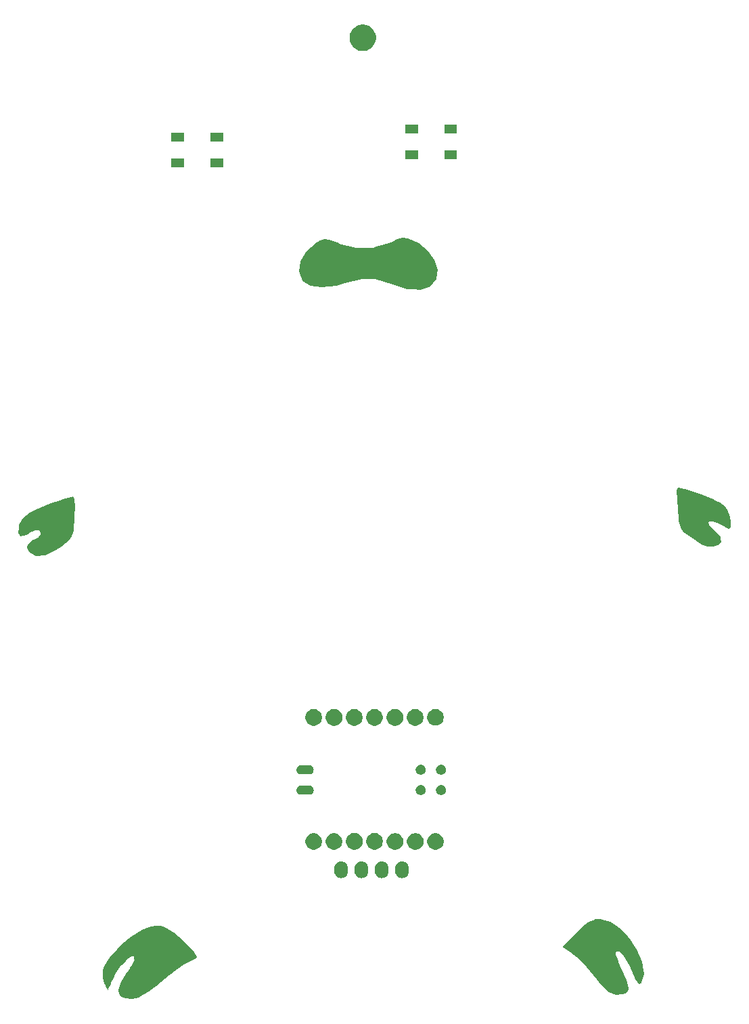
<source format=gbr>
G04 #@! TF.GenerationSoftware,KiCad,Pcbnew,(5.1.2)-1*
G04 #@! TF.CreationDate,2022-09-08T09:55:22+09:00*
G04 #@! TF.ProjectId,gopher_xiao,676f7068-6572-45f7-9869-616f2e6b6963,rev?*
G04 #@! TF.SameCoordinates,Original*
G04 #@! TF.FileFunction,Soldermask,Top*
G04 #@! TF.FilePolarity,Negative*
%FSLAX46Y46*%
G04 Gerber Fmt 4.6, Leading zero omitted, Abs format (unit mm)*
G04 Created by KiCad (PCBNEW (5.1.2)-1) date 2022-09-08 09:55:22*
%MOMM*%
%LPD*%
G04 APERTURE LIST*
%ADD10C,0.100000*%
G04 APERTURE END LIST*
D10*
G36*
X91667725Y-169970914D02*
G01*
X91667726Y-169970914D01*
X92402706Y-170033200D01*
X92402709Y-170033201D01*
X92411550Y-170033950D01*
X92419829Y-170037144D01*
X92419832Y-170037145D01*
X92819854Y-170191485D01*
X93218000Y-170345100D01*
X94043500Y-170865800D01*
X95237300Y-171856400D01*
X95239531Y-171858672D01*
X95239535Y-171858676D01*
X95922106Y-172553887D01*
X95922118Y-172553900D01*
X95923100Y-172554900D01*
X95924046Y-172555955D01*
X95924059Y-172555969D01*
X96577916Y-173285271D01*
X96577918Y-173285274D01*
X96583500Y-173291500D01*
X96587238Y-173298976D01*
X96587240Y-173298979D01*
X96880420Y-173885340D01*
X96901000Y-173926500D01*
X96621600Y-174180500D01*
X96618517Y-174181923D01*
X96618515Y-174181924D01*
X96291559Y-174332827D01*
X95801120Y-174559183D01*
X95791302Y-174564253D01*
X95145117Y-174935015D01*
X95027076Y-175002743D01*
X95016101Y-175009827D01*
X94109362Y-175664694D01*
X94104707Y-175668226D01*
X93716143Y-175977638D01*
X93421869Y-176211967D01*
X93420580Y-176213007D01*
X92443643Y-177012320D01*
X92443300Y-177012600D01*
X91821000Y-177507900D01*
X91820847Y-177508020D01*
X91820777Y-177508075D01*
X91326803Y-177894663D01*
X91236800Y-177965100D01*
X90881200Y-178244500D01*
X90285135Y-178586921D01*
X90283513Y-178587869D01*
X90135075Y-178676300D01*
X89695003Y-178938471D01*
X89695000Y-178938472D01*
X89687400Y-178943000D01*
X89678836Y-178945229D01*
X88766237Y-179182755D01*
X88766235Y-179182755D01*
X88760300Y-179184300D01*
X88755308Y-179183786D01*
X88755302Y-179183786D01*
X87902807Y-179096029D01*
X87902804Y-179096028D01*
X87896700Y-179095400D01*
X87892324Y-179093260D01*
X87892320Y-179093259D01*
X87330721Y-178818699D01*
X87325200Y-178816000D01*
X87273732Y-178676300D01*
X87115478Y-178246754D01*
X87058500Y-178092100D01*
X87388700Y-177012600D01*
X88048840Y-176009695D01*
X88049375Y-176008875D01*
X88328500Y-175577500D01*
X88528278Y-175302805D01*
X88534668Y-175293101D01*
X88772148Y-174893134D01*
X88773816Y-174890237D01*
X89060740Y-174376165D01*
X89070528Y-174353701D01*
X89075745Y-174329759D01*
X89076504Y-174310619D01*
X89069968Y-174134138D01*
X89065100Y-174002700D01*
X89065100Y-173909726D01*
X89062698Y-173885340D01*
X89055585Y-173861891D01*
X89044034Y-173840280D01*
X89028489Y-173821338D01*
X89009547Y-173805793D01*
X88987936Y-173794242D01*
X88957779Y-173785983D01*
X88832262Y-173768052D01*
X88807781Y-173766981D01*
X88783562Y-173770707D01*
X88760535Y-173779086D01*
X88746301Y-173787095D01*
X88214169Y-174134138D01*
X88191169Y-174153444D01*
X87982817Y-174376165D01*
X87494269Y-174898406D01*
X87471057Y-174923218D01*
X87459757Y-174937188D01*
X86771324Y-175926027D01*
X86762490Y-175940790D01*
X86385400Y-176682400D01*
X86275042Y-176892081D01*
X86259915Y-176920821D01*
X86257035Y-176926657D01*
X86183907Y-177085101D01*
X86180737Y-177092605D01*
X86118700Y-177253900D01*
X86029800Y-177469800D01*
X86029707Y-177470022D01*
X86029657Y-177470141D01*
X85928366Y-177710707D01*
X85928024Y-177711528D01*
X85839300Y-177927000D01*
X85775800Y-178079400D01*
X85696287Y-177927000D01*
X85623496Y-177787485D01*
X85623452Y-177787400D01*
X85623400Y-177787300D01*
X85585619Y-177713455D01*
X85346466Y-177246020D01*
X85344000Y-177241200D01*
X85128100Y-176542700D01*
X85134991Y-175977638D01*
X85140725Y-175507433D01*
X85140725Y-175507431D01*
X85140800Y-175501300D01*
X85369400Y-174904400D01*
X85982928Y-174002700D01*
X86204859Y-173676528D01*
X86204861Y-173676526D01*
X86207600Y-173672500D01*
X86878215Y-172957177D01*
X87347838Y-172456246D01*
X87347839Y-172456245D01*
X87350600Y-172453300D01*
X88375080Y-171610737D01*
X88705666Y-171338853D01*
X88705668Y-171338852D01*
X88709500Y-171335700D01*
X90055700Y-170548300D01*
X90059431Y-170546726D01*
X90059439Y-170546722D01*
X90865295Y-170206752D01*
X90865297Y-170206751D01*
X90868500Y-170205400D01*
X91662250Y-169970450D01*
X91667725Y-169970914D01*
X91667725Y-169970914D01*
G37*
G36*
X148264722Y-169410138D02*
G01*
X148647587Y-169517935D01*
X148647589Y-169517936D01*
X148653500Y-169519600D01*
X148657067Y-169522093D01*
X148657068Y-169522094D01*
X149144492Y-169862818D01*
X149961600Y-170434000D01*
X149965869Y-170438461D01*
X150849345Y-171361643D01*
X151091900Y-171615100D01*
X151095158Y-171620179D01*
X151095159Y-171620180D01*
X151451279Y-172175308D01*
X151955500Y-172961300D01*
X152641300Y-174523400D01*
X152642455Y-174532178D01*
X152779998Y-175577500D01*
X152831800Y-175971200D01*
X152829951Y-175977636D01*
X152829951Y-175977638D01*
X152510788Y-177088800D01*
X152488900Y-177165000D01*
X152484103Y-177167777D01*
X152484099Y-177167780D01*
X152252919Y-177301621D01*
X152252916Y-177301623D01*
X152247600Y-177304700D01*
X152203895Y-177253190D01*
X151897499Y-176892081D01*
X151892000Y-176885600D01*
X151888441Y-176877881D01*
X150992704Y-174935015D01*
X150987420Y-174924816D01*
X150338124Y-173801034D01*
X150318280Y-173775180D01*
X149795011Y-173251911D01*
X149776069Y-173236366D01*
X149754458Y-173224815D01*
X149731009Y-173217702D01*
X149706623Y-173215300D01*
X149442996Y-173215300D01*
X149418610Y-173217702D01*
X149395161Y-173224815D01*
X149373550Y-173236366D01*
X149354608Y-173251911D01*
X149339063Y-173270853D01*
X149327512Y-173292464D01*
X149320399Y-173315913D01*
X149318062Y-173344329D01*
X149325945Y-173588709D01*
X149329132Y-173613005D01*
X149333640Y-173628033D01*
X149536448Y-174176368D01*
X149668403Y-174533134D01*
X149670748Y-174539011D01*
X150088379Y-175513484D01*
X150088837Y-175514538D01*
X150647400Y-176784000D01*
X150648419Y-176787235D01*
X150648423Y-176787245D01*
X150868370Y-177485338D01*
X150939500Y-177711100D01*
X150938729Y-177714760D01*
X150938729Y-177714763D01*
X150886026Y-177965100D01*
X150837900Y-178193700D01*
X150831056Y-178199322D01*
X150831054Y-178199324D01*
X150776057Y-178244500D01*
X150482300Y-178485800D01*
X150475759Y-178487640D01*
X150475758Y-178487640D01*
X150081206Y-178598608D01*
X150081203Y-178598609D01*
X150075900Y-178600100D01*
X149301200Y-178676300D01*
X148463000Y-178333400D01*
X147574000Y-177482500D01*
X146596100Y-176263300D01*
X146554798Y-176211967D01*
X145711333Y-175163661D01*
X145702332Y-175153632D01*
X144644965Y-174096265D01*
X144635167Y-174087450D01*
X144043611Y-173609171D01*
X144043107Y-173608766D01*
X143790915Y-173407012D01*
X143787859Y-173404644D01*
X143640791Y-173294343D01*
X143633002Y-173288951D01*
X143550516Y-173236366D01*
X143151476Y-172981979D01*
X142626176Y-172647100D01*
X142626174Y-172647098D01*
X142621000Y-172643800D01*
X143089492Y-172175308D01*
X143092295Y-172172412D01*
X143852391Y-171361643D01*
X143852900Y-171361100D01*
X144538700Y-170662600D01*
X144830800Y-170395900D01*
X145528928Y-169862784D01*
X145529762Y-169862141D01*
X145872200Y-169595800D01*
X146029469Y-169520795D01*
X146692156Y-169204744D01*
X146692157Y-169204744D01*
X146697700Y-169202100D01*
X147345400Y-169151300D01*
X148264722Y-169410138D01*
X148264722Y-169410138D01*
G37*
G36*
X122734022Y-161957613D02*
G01*
X122894441Y-162006276D01*
X123042277Y-162085295D01*
X123171859Y-162191641D01*
X123278204Y-162321222D01*
X123278205Y-162321224D01*
X123357224Y-162469058D01*
X123405887Y-162629477D01*
X123418200Y-162754496D01*
X123418200Y-163238103D01*
X123405887Y-163363122D01*
X123357224Y-163523542D01*
X123286314Y-163656206D01*
X123278204Y-163671378D01*
X123171859Y-163800959D01*
X123042278Y-163907304D01*
X123042276Y-163907305D01*
X122894442Y-163986324D01*
X122734023Y-164034987D01*
X122567200Y-164051417D01*
X122400378Y-164034987D01*
X122239959Y-163986324D01*
X122092125Y-163907305D01*
X122092123Y-163907304D01*
X121962542Y-163800959D01*
X121856196Y-163671378D01*
X121848086Y-163656206D01*
X121777176Y-163523542D01*
X121728513Y-163363123D01*
X121716200Y-163238104D01*
X121716200Y-162754497D01*
X121728513Y-162629478D01*
X121777176Y-162469059D01*
X121856195Y-162321223D01*
X121962541Y-162191641D01*
X122092122Y-162085296D01*
X122107294Y-162077186D01*
X122239958Y-162006276D01*
X122400377Y-161957613D01*
X122567200Y-161941183D01*
X122734022Y-161957613D01*
X122734022Y-161957613D01*
G37*
G36*
X117654022Y-161957613D02*
G01*
X117814441Y-162006276D01*
X117962277Y-162085295D01*
X118091859Y-162191641D01*
X118198204Y-162321222D01*
X118198205Y-162321224D01*
X118277224Y-162469058D01*
X118325887Y-162629477D01*
X118338200Y-162754496D01*
X118338200Y-163238103D01*
X118325887Y-163363122D01*
X118277224Y-163523542D01*
X118206314Y-163656206D01*
X118198204Y-163671378D01*
X118091859Y-163800959D01*
X117962278Y-163907304D01*
X117962276Y-163907305D01*
X117814442Y-163986324D01*
X117654023Y-164034987D01*
X117487200Y-164051417D01*
X117320378Y-164034987D01*
X117159959Y-163986324D01*
X117012125Y-163907305D01*
X117012123Y-163907304D01*
X116882542Y-163800959D01*
X116776196Y-163671378D01*
X116768086Y-163656206D01*
X116697176Y-163523542D01*
X116648513Y-163363123D01*
X116636200Y-163238104D01*
X116636200Y-162754497D01*
X116648513Y-162629478D01*
X116697176Y-162469059D01*
X116776195Y-162321223D01*
X116882541Y-162191641D01*
X117012122Y-162085296D01*
X117027294Y-162077186D01*
X117159958Y-162006276D01*
X117320377Y-161957613D01*
X117487200Y-161941183D01*
X117654022Y-161957613D01*
X117654022Y-161957613D01*
G37*
G36*
X115114022Y-161957613D02*
G01*
X115274441Y-162006276D01*
X115422277Y-162085295D01*
X115551859Y-162191641D01*
X115658204Y-162321222D01*
X115658205Y-162321224D01*
X115737224Y-162469058D01*
X115785887Y-162629477D01*
X115798200Y-162754496D01*
X115798200Y-163238103D01*
X115785887Y-163363122D01*
X115737224Y-163523542D01*
X115666314Y-163656206D01*
X115658204Y-163671378D01*
X115551859Y-163800959D01*
X115422278Y-163907304D01*
X115422276Y-163907305D01*
X115274442Y-163986324D01*
X115114023Y-164034987D01*
X114947200Y-164051417D01*
X114780378Y-164034987D01*
X114619959Y-163986324D01*
X114472125Y-163907305D01*
X114472123Y-163907304D01*
X114342542Y-163800959D01*
X114236196Y-163671378D01*
X114228086Y-163656206D01*
X114157176Y-163523542D01*
X114108513Y-163363123D01*
X114096200Y-163238104D01*
X114096200Y-162754497D01*
X114108513Y-162629478D01*
X114157176Y-162469059D01*
X114236195Y-162321223D01*
X114342541Y-162191641D01*
X114472122Y-162085296D01*
X114487294Y-162077186D01*
X114619958Y-162006276D01*
X114780377Y-161957613D01*
X114947200Y-161941183D01*
X115114022Y-161957613D01*
X115114022Y-161957613D01*
G37*
G36*
X120194022Y-161957613D02*
G01*
X120354441Y-162006276D01*
X120502277Y-162085295D01*
X120631859Y-162191641D01*
X120738204Y-162321222D01*
X120738205Y-162321224D01*
X120817224Y-162469058D01*
X120865887Y-162629477D01*
X120878200Y-162754496D01*
X120878200Y-163238103D01*
X120865887Y-163363122D01*
X120817224Y-163523542D01*
X120746314Y-163656206D01*
X120738204Y-163671378D01*
X120631859Y-163800959D01*
X120502278Y-163907304D01*
X120502276Y-163907305D01*
X120354442Y-163986324D01*
X120194023Y-164034987D01*
X120027200Y-164051417D01*
X119860378Y-164034987D01*
X119699959Y-163986324D01*
X119552125Y-163907305D01*
X119552123Y-163907304D01*
X119422542Y-163800959D01*
X119316196Y-163671378D01*
X119308086Y-163656206D01*
X119237176Y-163523542D01*
X119188513Y-163363123D01*
X119176200Y-163238104D01*
X119176200Y-162754497D01*
X119188513Y-162629478D01*
X119237176Y-162469059D01*
X119316195Y-162321223D01*
X119422541Y-162191641D01*
X119552122Y-162085296D01*
X119567294Y-162077186D01*
X119699958Y-162006276D01*
X119860377Y-161957613D01*
X120027200Y-161941183D01*
X120194022Y-161957613D01*
X120194022Y-161957613D01*
G37*
G36*
X124532265Y-158454720D02*
G01*
X124697644Y-158523222D01*
X124721788Y-158533223D01*
X124892354Y-158647192D01*
X125037408Y-158792246D01*
X125151377Y-158962812D01*
X125229880Y-159152335D01*
X125269900Y-159353531D01*
X125269900Y-159558669D01*
X125229880Y-159759865D01*
X125151377Y-159949388D01*
X125037408Y-160119954D01*
X124892354Y-160265008D01*
X124721788Y-160378977D01*
X124721787Y-160378978D01*
X124721786Y-160378978D01*
X124532265Y-160457480D01*
X124331070Y-160497500D01*
X124125930Y-160497500D01*
X123924735Y-160457480D01*
X123735214Y-160378978D01*
X123735213Y-160378978D01*
X123735212Y-160378977D01*
X123564646Y-160265008D01*
X123419592Y-160119954D01*
X123305623Y-159949388D01*
X123227120Y-159759865D01*
X123187100Y-159558669D01*
X123187100Y-159353531D01*
X123227120Y-159152335D01*
X123305623Y-158962812D01*
X123419592Y-158792246D01*
X123564646Y-158647192D01*
X123735212Y-158533223D01*
X123759357Y-158523222D01*
X123924735Y-158454720D01*
X124125930Y-158414700D01*
X124331070Y-158414700D01*
X124532265Y-158454720D01*
X124532265Y-158454720D01*
G37*
G36*
X121992265Y-158454720D02*
G01*
X122157644Y-158523222D01*
X122181788Y-158533223D01*
X122352354Y-158647192D01*
X122497408Y-158792246D01*
X122611377Y-158962812D01*
X122689880Y-159152335D01*
X122729900Y-159353531D01*
X122729900Y-159558669D01*
X122689880Y-159759865D01*
X122611377Y-159949388D01*
X122497408Y-160119954D01*
X122352354Y-160265008D01*
X122181788Y-160378977D01*
X122181787Y-160378978D01*
X122181786Y-160378978D01*
X121992265Y-160457480D01*
X121791070Y-160497500D01*
X121585930Y-160497500D01*
X121384735Y-160457480D01*
X121195214Y-160378978D01*
X121195213Y-160378978D01*
X121195212Y-160378977D01*
X121024646Y-160265008D01*
X120879592Y-160119954D01*
X120765623Y-159949388D01*
X120687120Y-159759865D01*
X120647100Y-159558669D01*
X120647100Y-159353531D01*
X120687120Y-159152335D01*
X120765623Y-158962812D01*
X120879592Y-158792246D01*
X121024646Y-158647192D01*
X121195212Y-158533223D01*
X121219357Y-158523222D01*
X121384735Y-158454720D01*
X121585930Y-158414700D01*
X121791070Y-158414700D01*
X121992265Y-158454720D01*
X121992265Y-158454720D01*
G37*
G36*
X114362265Y-158454720D02*
G01*
X114527644Y-158523222D01*
X114551788Y-158533223D01*
X114722354Y-158647192D01*
X114867408Y-158792246D01*
X114981377Y-158962812D01*
X115059880Y-159152335D01*
X115099900Y-159353531D01*
X115099900Y-159558669D01*
X115059880Y-159759865D01*
X114981377Y-159949388D01*
X114867408Y-160119954D01*
X114722354Y-160265008D01*
X114551788Y-160378977D01*
X114551787Y-160378978D01*
X114551786Y-160378978D01*
X114362265Y-160457480D01*
X114161070Y-160497500D01*
X113955930Y-160497500D01*
X113754735Y-160457480D01*
X113565214Y-160378978D01*
X113565213Y-160378978D01*
X113565212Y-160378977D01*
X113394646Y-160265008D01*
X113249592Y-160119954D01*
X113135623Y-159949388D01*
X113057120Y-159759865D01*
X113017100Y-159558669D01*
X113017100Y-159353531D01*
X113057120Y-159152335D01*
X113135623Y-158962812D01*
X113249592Y-158792246D01*
X113394646Y-158647192D01*
X113565212Y-158533223D01*
X113589357Y-158523222D01*
X113754735Y-158454720D01*
X113955930Y-158414700D01*
X114161070Y-158414700D01*
X114362265Y-158454720D01*
X114362265Y-158454720D01*
G37*
G36*
X111822265Y-158454720D02*
G01*
X111987644Y-158523222D01*
X112011788Y-158533223D01*
X112182354Y-158647192D01*
X112327408Y-158792246D01*
X112441377Y-158962812D01*
X112519880Y-159152335D01*
X112559900Y-159353531D01*
X112559900Y-159558669D01*
X112519880Y-159759865D01*
X112441377Y-159949388D01*
X112327408Y-160119954D01*
X112182354Y-160265008D01*
X112011788Y-160378977D01*
X112011787Y-160378978D01*
X112011786Y-160378978D01*
X111822265Y-160457480D01*
X111621070Y-160497500D01*
X111415930Y-160497500D01*
X111214735Y-160457480D01*
X111025214Y-160378978D01*
X111025213Y-160378978D01*
X111025212Y-160378977D01*
X110854646Y-160265008D01*
X110709592Y-160119954D01*
X110595623Y-159949388D01*
X110517120Y-159759865D01*
X110477100Y-159558669D01*
X110477100Y-159353531D01*
X110517120Y-159152335D01*
X110595623Y-158962812D01*
X110709592Y-158792246D01*
X110854646Y-158647192D01*
X111025212Y-158533223D01*
X111049357Y-158523222D01*
X111214735Y-158454720D01*
X111415930Y-158414700D01*
X111621070Y-158414700D01*
X111822265Y-158454720D01*
X111822265Y-158454720D01*
G37*
G36*
X127062265Y-158454720D02*
G01*
X127227644Y-158523222D01*
X127251788Y-158533223D01*
X127422354Y-158647192D01*
X127567408Y-158792246D01*
X127681377Y-158962812D01*
X127759880Y-159152335D01*
X127799900Y-159353531D01*
X127799900Y-159558669D01*
X127759880Y-159759865D01*
X127681377Y-159949388D01*
X127567408Y-160119954D01*
X127422354Y-160265008D01*
X127251788Y-160378977D01*
X127251787Y-160378978D01*
X127251786Y-160378978D01*
X127062265Y-160457480D01*
X126861070Y-160497500D01*
X126655930Y-160497500D01*
X126454735Y-160457480D01*
X126265214Y-160378978D01*
X126265213Y-160378978D01*
X126265212Y-160378977D01*
X126094646Y-160265008D01*
X125949592Y-160119954D01*
X125835623Y-159949388D01*
X125757120Y-159759865D01*
X125717100Y-159558669D01*
X125717100Y-159353531D01*
X125757120Y-159152335D01*
X125835623Y-158962812D01*
X125949592Y-158792246D01*
X126094646Y-158647192D01*
X126265212Y-158533223D01*
X126289357Y-158523222D01*
X126454735Y-158454720D01*
X126655930Y-158414700D01*
X126861070Y-158414700D01*
X127062265Y-158454720D01*
X127062265Y-158454720D01*
G37*
G36*
X116912265Y-158444720D02*
G01*
X117101788Y-158523223D01*
X117272354Y-158637192D01*
X117417408Y-158782246D01*
X117531377Y-158952812D01*
X117609880Y-159142335D01*
X117649900Y-159343531D01*
X117649900Y-159548669D01*
X117609880Y-159749865D01*
X117531377Y-159939388D01*
X117417408Y-160109954D01*
X117272354Y-160255008D01*
X117101788Y-160368977D01*
X117101787Y-160368978D01*
X117101786Y-160368978D01*
X116912265Y-160447480D01*
X116711070Y-160487500D01*
X116505930Y-160487500D01*
X116304735Y-160447480D01*
X116115214Y-160368978D01*
X116115213Y-160368978D01*
X116115212Y-160368977D01*
X115944646Y-160255008D01*
X115799592Y-160109954D01*
X115685623Y-159939388D01*
X115607120Y-159749865D01*
X115567100Y-159548669D01*
X115567100Y-159343531D01*
X115607120Y-159142335D01*
X115685623Y-158952812D01*
X115799592Y-158782246D01*
X115944646Y-158637192D01*
X116115212Y-158523223D01*
X116304735Y-158444720D01*
X116505930Y-158404700D01*
X116711070Y-158404700D01*
X116912265Y-158444720D01*
X116912265Y-158444720D01*
G37*
G36*
X119442265Y-158444720D02*
G01*
X119631788Y-158523223D01*
X119802354Y-158637192D01*
X119947408Y-158782246D01*
X120061377Y-158952812D01*
X120139880Y-159142335D01*
X120179900Y-159343531D01*
X120179900Y-159548669D01*
X120139880Y-159749865D01*
X120061377Y-159939388D01*
X119947408Y-160109954D01*
X119802354Y-160255008D01*
X119631788Y-160368977D01*
X119631787Y-160368978D01*
X119631786Y-160368978D01*
X119442265Y-160447480D01*
X119241070Y-160487500D01*
X119035930Y-160487500D01*
X118834735Y-160447480D01*
X118645214Y-160368978D01*
X118645213Y-160368978D01*
X118645212Y-160368977D01*
X118474646Y-160255008D01*
X118329592Y-160109954D01*
X118215623Y-159939388D01*
X118137120Y-159749865D01*
X118097100Y-159548669D01*
X118097100Y-159343531D01*
X118137120Y-159142335D01*
X118215623Y-158952812D01*
X118329592Y-158782246D01*
X118474646Y-158637192D01*
X118645212Y-158523223D01*
X118834735Y-158444720D01*
X119035930Y-158404700D01*
X119241070Y-158404700D01*
X119442265Y-158444720D01*
X119442265Y-158444720D01*
G37*
G36*
X127574131Y-152414364D02*
G01*
X127634264Y-152426325D01*
X127672026Y-152441967D01*
X127747553Y-152473251D01*
X127849505Y-152541373D01*
X127936217Y-152628085D01*
X128004339Y-152730037D01*
X128051265Y-152843327D01*
X128075187Y-152963591D01*
X128075187Y-153086215D01*
X128051265Y-153206479D01*
X128004339Y-153319769D01*
X127936217Y-153421721D01*
X127849505Y-153508433D01*
X127747553Y-153576555D01*
X127672026Y-153607839D01*
X127634264Y-153623481D01*
X127574131Y-153635442D01*
X127513999Y-153647403D01*
X127391375Y-153647403D01*
X127331243Y-153635442D01*
X127271110Y-153623481D01*
X127233348Y-153607839D01*
X127157821Y-153576555D01*
X127055869Y-153508433D01*
X126969157Y-153421721D01*
X126901035Y-153319769D01*
X126854109Y-153206479D01*
X126830187Y-153086215D01*
X126830187Y-152963591D01*
X126854109Y-152843327D01*
X126901035Y-152730037D01*
X126969157Y-152628085D01*
X127055869Y-152541373D01*
X127157821Y-152473251D01*
X127233348Y-152441967D01*
X127271110Y-152426325D01*
X127331243Y-152414364D01*
X127391375Y-152402403D01*
X127513999Y-152402403D01*
X127574131Y-152414364D01*
X127574131Y-152414364D01*
G37*
G36*
X125034131Y-152414364D02*
G01*
X125094264Y-152426325D01*
X125132026Y-152441967D01*
X125207553Y-152473251D01*
X125309505Y-152541373D01*
X125396217Y-152628085D01*
X125464339Y-152730037D01*
X125511265Y-152843327D01*
X125535187Y-152963591D01*
X125535187Y-153086215D01*
X125511265Y-153206479D01*
X125464339Y-153319769D01*
X125396217Y-153421721D01*
X125309505Y-153508433D01*
X125207553Y-153576555D01*
X125132026Y-153607839D01*
X125094264Y-153623481D01*
X125034131Y-153635442D01*
X124973999Y-153647403D01*
X124851375Y-153647403D01*
X124791243Y-153635442D01*
X124731110Y-153623481D01*
X124693348Y-153607839D01*
X124617821Y-153576555D01*
X124515869Y-153508433D01*
X124429157Y-153421721D01*
X124361035Y-153319769D01*
X124314109Y-153206479D01*
X124290187Y-153086215D01*
X124290187Y-152963591D01*
X124314109Y-152843327D01*
X124361035Y-152730037D01*
X124429157Y-152628085D01*
X124515869Y-152541373D01*
X124617821Y-152473251D01*
X124693348Y-152441967D01*
X124731110Y-152426325D01*
X124791243Y-152414364D01*
X124851375Y-152402403D01*
X124973999Y-152402403D01*
X125034131Y-152414364D01*
X125034131Y-152414364D01*
G37*
G36*
X111066079Y-152485188D02*
G01*
X111066082Y-152485189D01*
X111066083Y-152485189D01*
X111171455Y-152517153D01*
X111171458Y-152517155D01*
X111171459Y-152517155D01*
X111268565Y-152569059D01*
X111268567Y-152569060D01*
X111268566Y-152569060D01*
X111353685Y-152638915D01*
X111423540Y-152724034D01*
X111475447Y-152821145D01*
X111507411Y-152926517D01*
X111507412Y-152926521D01*
X111518204Y-153036100D01*
X111507412Y-153145679D01*
X111507411Y-153145682D01*
X111507411Y-153145683D01*
X111475447Y-153251055D01*
X111475445Y-153251058D01*
X111475445Y-153251059D01*
X111423541Y-153348165D01*
X111353685Y-153433285D01*
X111268565Y-153503141D01*
X111258664Y-153508433D01*
X111171455Y-153555047D01*
X111066083Y-153587011D01*
X111066082Y-153587011D01*
X111066079Y-153587012D01*
X110983958Y-153595100D01*
X109913042Y-153595100D01*
X109830921Y-153587012D01*
X109830918Y-153587011D01*
X109830917Y-153587011D01*
X109725545Y-153555047D01*
X109638336Y-153508433D01*
X109628435Y-153503141D01*
X109543315Y-153433285D01*
X109473459Y-153348165D01*
X109421555Y-153251059D01*
X109421555Y-153251058D01*
X109421553Y-153251055D01*
X109389589Y-153145683D01*
X109389589Y-153145682D01*
X109389588Y-153145679D01*
X109378796Y-153036100D01*
X109389588Y-152926521D01*
X109389589Y-152926517D01*
X109421553Y-152821145D01*
X109473460Y-152724034D01*
X109543315Y-152638915D01*
X109628434Y-152569060D01*
X109628433Y-152569060D01*
X109628435Y-152569059D01*
X109725541Y-152517155D01*
X109725542Y-152517155D01*
X109725545Y-152517153D01*
X109830917Y-152485189D01*
X109830918Y-152485189D01*
X109830921Y-152485188D01*
X109913042Y-152477100D01*
X110983958Y-152477100D01*
X111066079Y-152485188D01*
X111066079Y-152485188D01*
G37*
G36*
X125034131Y-149874364D02*
G01*
X125094264Y-149886325D01*
X125132026Y-149901967D01*
X125207553Y-149933251D01*
X125309505Y-150001373D01*
X125396217Y-150088085D01*
X125464339Y-150190037D01*
X125511265Y-150303327D01*
X125535187Y-150423591D01*
X125535187Y-150546215D01*
X125511265Y-150666479D01*
X125464339Y-150779769D01*
X125396217Y-150881721D01*
X125309505Y-150968433D01*
X125207553Y-151036555D01*
X125132026Y-151067839D01*
X125094264Y-151083481D01*
X125034131Y-151095442D01*
X124973999Y-151107403D01*
X124851375Y-151107403D01*
X124791243Y-151095442D01*
X124731110Y-151083481D01*
X124693348Y-151067839D01*
X124617821Y-151036555D01*
X124515869Y-150968433D01*
X124429157Y-150881721D01*
X124361035Y-150779769D01*
X124314109Y-150666479D01*
X124290187Y-150546215D01*
X124290187Y-150423591D01*
X124314109Y-150303327D01*
X124361035Y-150190037D01*
X124429157Y-150088085D01*
X124515869Y-150001373D01*
X124617821Y-149933251D01*
X124693348Y-149901967D01*
X124731110Y-149886325D01*
X124791243Y-149874364D01*
X124851375Y-149862403D01*
X124973999Y-149862403D01*
X125034131Y-149874364D01*
X125034131Y-149874364D01*
G37*
G36*
X127574131Y-149874364D02*
G01*
X127634264Y-149886325D01*
X127672026Y-149901967D01*
X127747553Y-149933251D01*
X127849505Y-150001373D01*
X127936217Y-150088085D01*
X128004339Y-150190037D01*
X128051265Y-150303327D01*
X128075187Y-150423591D01*
X128075187Y-150546215D01*
X128051265Y-150666479D01*
X128004339Y-150779769D01*
X127936217Y-150881721D01*
X127849505Y-150968433D01*
X127747553Y-151036555D01*
X127672026Y-151067839D01*
X127634264Y-151083481D01*
X127574131Y-151095442D01*
X127513999Y-151107403D01*
X127391375Y-151107403D01*
X127331243Y-151095442D01*
X127271110Y-151083481D01*
X127233348Y-151067839D01*
X127157821Y-151036555D01*
X127055869Y-150968433D01*
X126969157Y-150881721D01*
X126901035Y-150779769D01*
X126854109Y-150666479D01*
X126830187Y-150546215D01*
X126830187Y-150423591D01*
X126854109Y-150303327D01*
X126901035Y-150190037D01*
X126969157Y-150088085D01*
X127055869Y-150001373D01*
X127157821Y-149933251D01*
X127233348Y-149901967D01*
X127271110Y-149886325D01*
X127331243Y-149874364D01*
X127391375Y-149862403D01*
X127513999Y-149862403D01*
X127574131Y-149874364D01*
X127574131Y-149874364D01*
G37*
G36*
X111066079Y-149935188D02*
G01*
X111066082Y-149935189D01*
X111066083Y-149935189D01*
X111171455Y-149967153D01*
X111171458Y-149967155D01*
X111171459Y-149967155D01*
X111268565Y-150019059D01*
X111268567Y-150019060D01*
X111268566Y-150019060D01*
X111353685Y-150088915D01*
X111423540Y-150174034D01*
X111475447Y-150271145D01*
X111485209Y-150303327D01*
X111507412Y-150376521D01*
X111518204Y-150486100D01*
X111507412Y-150595679D01*
X111507411Y-150595682D01*
X111507411Y-150595683D01*
X111475447Y-150701055D01*
X111475445Y-150701058D01*
X111475445Y-150701059D01*
X111423541Y-150798165D01*
X111353685Y-150883285D01*
X111268565Y-150953141D01*
X111171459Y-151005045D01*
X111171455Y-151005047D01*
X111066083Y-151037011D01*
X111066082Y-151037011D01*
X111066079Y-151037012D01*
X110983958Y-151045100D01*
X109913042Y-151045100D01*
X109830921Y-151037012D01*
X109830918Y-151037011D01*
X109830917Y-151037011D01*
X109725545Y-151005047D01*
X109725541Y-151005045D01*
X109628435Y-150953141D01*
X109543315Y-150883285D01*
X109473459Y-150798165D01*
X109421555Y-150701059D01*
X109421555Y-150701058D01*
X109421553Y-150701055D01*
X109389589Y-150595683D01*
X109389589Y-150595682D01*
X109389588Y-150595679D01*
X109378796Y-150486100D01*
X109389588Y-150376521D01*
X109411791Y-150303327D01*
X109421553Y-150271145D01*
X109473460Y-150174034D01*
X109543315Y-150088915D01*
X109628434Y-150019060D01*
X109628433Y-150019060D01*
X109628435Y-150019059D01*
X109725541Y-149967155D01*
X109725542Y-149967155D01*
X109725545Y-149967153D01*
X109830917Y-149935189D01*
X109830918Y-149935189D01*
X109830921Y-149935188D01*
X109913042Y-149927100D01*
X110983958Y-149927100D01*
X111066079Y-149935188D01*
X111066079Y-149935188D01*
G37*
G36*
X111822265Y-142954720D02*
G01*
X111987644Y-143023222D01*
X112011788Y-143033223D01*
X112182354Y-143147192D01*
X112327408Y-143292246D01*
X112441377Y-143462812D01*
X112519880Y-143652335D01*
X112559900Y-143853531D01*
X112559900Y-144058669D01*
X112519880Y-144259865D01*
X112441377Y-144449388D01*
X112327408Y-144619954D01*
X112182354Y-144765008D01*
X112011788Y-144878977D01*
X112011787Y-144878978D01*
X112011786Y-144878978D01*
X111822265Y-144957480D01*
X111621070Y-144997500D01*
X111415930Y-144997500D01*
X111214735Y-144957480D01*
X111025214Y-144878978D01*
X111025213Y-144878978D01*
X111025212Y-144878977D01*
X110854646Y-144765008D01*
X110709592Y-144619954D01*
X110595623Y-144449388D01*
X110517120Y-144259865D01*
X110477100Y-144058669D01*
X110477100Y-143853531D01*
X110517120Y-143652335D01*
X110595623Y-143462812D01*
X110709592Y-143292246D01*
X110854646Y-143147192D01*
X111025212Y-143033223D01*
X111049357Y-143023222D01*
X111214735Y-142954720D01*
X111415930Y-142914700D01*
X111621070Y-142914700D01*
X111822265Y-142954720D01*
X111822265Y-142954720D01*
G37*
G36*
X124522265Y-142954720D02*
G01*
X124687644Y-143023222D01*
X124711788Y-143033223D01*
X124882354Y-143147192D01*
X125027408Y-143292246D01*
X125141377Y-143462812D01*
X125219880Y-143652335D01*
X125259900Y-143853531D01*
X125259900Y-144058669D01*
X125219880Y-144259865D01*
X125141377Y-144449388D01*
X125027408Y-144619954D01*
X124882354Y-144765008D01*
X124711788Y-144878977D01*
X124711787Y-144878978D01*
X124711786Y-144878978D01*
X124522265Y-144957480D01*
X124321070Y-144997500D01*
X124115930Y-144997500D01*
X123914735Y-144957480D01*
X123725214Y-144878978D01*
X123725213Y-144878978D01*
X123725212Y-144878977D01*
X123554646Y-144765008D01*
X123409592Y-144619954D01*
X123295623Y-144449388D01*
X123217120Y-144259865D01*
X123177100Y-144058669D01*
X123177100Y-143853531D01*
X123217120Y-143652335D01*
X123295623Y-143462812D01*
X123409592Y-143292246D01*
X123554646Y-143147192D01*
X123725212Y-143033223D01*
X123749357Y-143023222D01*
X123914735Y-142954720D01*
X124115930Y-142914700D01*
X124321070Y-142914700D01*
X124522265Y-142954720D01*
X124522265Y-142954720D01*
G37*
G36*
X119432265Y-142954720D02*
G01*
X119597644Y-143023222D01*
X119621788Y-143033223D01*
X119792354Y-143147192D01*
X119937408Y-143292246D01*
X120051377Y-143462812D01*
X120129880Y-143652335D01*
X120169900Y-143853531D01*
X120169900Y-144058669D01*
X120129880Y-144259865D01*
X120051377Y-144449388D01*
X119937408Y-144619954D01*
X119792354Y-144765008D01*
X119621788Y-144878977D01*
X119621787Y-144878978D01*
X119621786Y-144878978D01*
X119432265Y-144957480D01*
X119231070Y-144997500D01*
X119025930Y-144997500D01*
X118824735Y-144957480D01*
X118635214Y-144878978D01*
X118635213Y-144878978D01*
X118635212Y-144878977D01*
X118464646Y-144765008D01*
X118319592Y-144619954D01*
X118205623Y-144449388D01*
X118127120Y-144259865D01*
X118087100Y-144058669D01*
X118087100Y-143853531D01*
X118127120Y-143652335D01*
X118205623Y-143462812D01*
X118319592Y-143292246D01*
X118464646Y-143147192D01*
X118635212Y-143033223D01*
X118659357Y-143023222D01*
X118824735Y-142954720D01*
X119025930Y-142914700D01*
X119231070Y-142914700D01*
X119432265Y-142954720D01*
X119432265Y-142954720D01*
G37*
G36*
X114372265Y-142954720D02*
G01*
X114537644Y-143023222D01*
X114561788Y-143033223D01*
X114732354Y-143147192D01*
X114877408Y-143292246D01*
X114991377Y-143462812D01*
X115069880Y-143652335D01*
X115109900Y-143853531D01*
X115109900Y-144058669D01*
X115069880Y-144259865D01*
X114991377Y-144449388D01*
X114877408Y-144619954D01*
X114732354Y-144765008D01*
X114561788Y-144878977D01*
X114561787Y-144878978D01*
X114561786Y-144878978D01*
X114372265Y-144957480D01*
X114171070Y-144997500D01*
X113965930Y-144997500D01*
X113764735Y-144957480D01*
X113575214Y-144878978D01*
X113575213Y-144878978D01*
X113575212Y-144878977D01*
X113404646Y-144765008D01*
X113259592Y-144619954D01*
X113145623Y-144449388D01*
X113067120Y-144259865D01*
X113027100Y-144058669D01*
X113027100Y-143853531D01*
X113067120Y-143652335D01*
X113145623Y-143462812D01*
X113259592Y-143292246D01*
X113404646Y-143147192D01*
X113575212Y-143033223D01*
X113599357Y-143023222D01*
X113764735Y-142954720D01*
X113965930Y-142914700D01*
X114171070Y-142914700D01*
X114372265Y-142954720D01*
X114372265Y-142954720D01*
G37*
G36*
X121992265Y-142954720D02*
G01*
X122157644Y-143023222D01*
X122181788Y-143033223D01*
X122352354Y-143147192D01*
X122497408Y-143292246D01*
X122611377Y-143462812D01*
X122689880Y-143652335D01*
X122729900Y-143853531D01*
X122729900Y-144058669D01*
X122689880Y-144259865D01*
X122611377Y-144449388D01*
X122497408Y-144619954D01*
X122352354Y-144765008D01*
X122181788Y-144878977D01*
X122181787Y-144878978D01*
X122181786Y-144878978D01*
X121992265Y-144957480D01*
X121791070Y-144997500D01*
X121585930Y-144997500D01*
X121384735Y-144957480D01*
X121195214Y-144878978D01*
X121195213Y-144878978D01*
X121195212Y-144878977D01*
X121024646Y-144765008D01*
X120879592Y-144619954D01*
X120765623Y-144449388D01*
X120687120Y-144259865D01*
X120647100Y-144058669D01*
X120647100Y-143853531D01*
X120687120Y-143652335D01*
X120765623Y-143462812D01*
X120879592Y-143292246D01*
X121024646Y-143147192D01*
X121195212Y-143033223D01*
X121219357Y-143023222D01*
X121384735Y-142954720D01*
X121585930Y-142914700D01*
X121791070Y-142914700D01*
X121992265Y-142954720D01*
X121992265Y-142954720D01*
G37*
G36*
X116902265Y-142954720D02*
G01*
X117067644Y-143023222D01*
X117091788Y-143033223D01*
X117262354Y-143147192D01*
X117407408Y-143292246D01*
X117521377Y-143462812D01*
X117599880Y-143652335D01*
X117639900Y-143853531D01*
X117639900Y-144058669D01*
X117599880Y-144259865D01*
X117521377Y-144449388D01*
X117407408Y-144619954D01*
X117262354Y-144765008D01*
X117091788Y-144878977D01*
X117091787Y-144878978D01*
X117091786Y-144878978D01*
X116902265Y-144957480D01*
X116701070Y-144997500D01*
X116495930Y-144997500D01*
X116294735Y-144957480D01*
X116105214Y-144878978D01*
X116105213Y-144878978D01*
X116105212Y-144878977D01*
X115934646Y-144765008D01*
X115789592Y-144619954D01*
X115675623Y-144449388D01*
X115597120Y-144259865D01*
X115557100Y-144058669D01*
X115557100Y-143853531D01*
X115597120Y-143652335D01*
X115675623Y-143462812D01*
X115789592Y-143292246D01*
X115934646Y-143147192D01*
X116105212Y-143033223D01*
X116129357Y-143023222D01*
X116294735Y-142954720D01*
X116495930Y-142914700D01*
X116701070Y-142914700D01*
X116902265Y-142954720D01*
X116902265Y-142954720D01*
G37*
G36*
X127062265Y-142944720D02*
G01*
X127251788Y-143023223D01*
X127422354Y-143137192D01*
X127567408Y-143282246D01*
X127681377Y-143452812D01*
X127759880Y-143642335D01*
X127799900Y-143843531D01*
X127799900Y-144048669D01*
X127759880Y-144249865D01*
X127681377Y-144439388D01*
X127567408Y-144609954D01*
X127422354Y-144755008D01*
X127251788Y-144868977D01*
X127251787Y-144868978D01*
X127251786Y-144868978D01*
X127062265Y-144947480D01*
X126861070Y-144987500D01*
X126655930Y-144987500D01*
X126454735Y-144947480D01*
X126265214Y-144868978D01*
X126265213Y-144868978D01*
X126265212Y-144868977D01*
X126094646Y-144755008D01*
X125949592Y-144609954D01*
X125835623Y-144439388D01*
X125757120Y-144249865D01*
X125717100Y-144048669D01*
X125717100Y-143843531D01*
X125757120Y-143642335D01*
X125835623Y-143452812D01*
X125949592Y-143282246D01*
X126094646Y-143137192D01*
X126265212Y-143023223D01*
X126454735Y-142944720D01*
X126655930Y-142904700D01*
X126861070Y-142904700D01*
X127062265Y-142944720D01*
X127062265Y-142944720D01*
G37*
G36*
X81546700Y-116687600D02*
G01*
X81622900Y-117576600D01*
X81622872Y-117579580D01*
X81622872Y-117579584D01*
X81610735Y-118864584D01*
X81610200Y-118921163D01*
X81495900Y-120573800D01*
X81375250Y-120942100D01*
X81270826Y-121260870D01*
X81254600Y-121310400D01*
X81051104Y-121557895D01*
X80812611Y-121847955D01*
X80784700Y-121881900D01*
X80779977Y-121885777D01*
X80779974Y-121885780D01*
X80262278Y-122310754D01*
X79933800Y-122580400D01*
X79271796Y-123050300D01*
X77901800Y-123685300D01*
X77896081Y-123685611D01*
X77896080Y-123685611D01*
X76739534Y-123748467D01*
X76739530Y-123748467D01*
X76733400Y-123748800D01*
X76727973Y-123745540D01*
X76727970Y-123745538D01*
X75911556Y-123255024D01*
X75911551Y-123255020D01*
X75906296Y-123251863D01*
X75628500Y-122732800D01*
X75679542Y-122618564D01*
X75892692Y-122141513D01*
X75892692Y-122141512D01*
X75895200Y-122135900D01*
X76212700Y-121843800D01*
X76217228Y-121841936D01*
X76217231Y-121841934D01*
X76857191Y-121578421D01*
X76857197Y-121578419D01*
X76860400Y-121577100D01*
X77036037Y-121526701D01*
X77058814Y-121517666D01*
X77079391Y-121504361D01*
X77096978Y-121487298D01*
X77112233Y-121464655D01*
X77126832Y-121436848D01*
X77331201Y-121047572D01*
X77340410Y-121024864D01*
X77345012Y-121000796D01*
X77344830Y-120976292D01*
X77341089Y-120956459D01*
X77261734Y-120666626D01*
X77252977Y-120643740D01*
X77239924Y-120623001D01*
X77223076Y-120605208D01*
X77203081Y-120591044D01*
X77180706Y-120581053D01*
X77157428Y-120575697D01*
X76746138Y-120521757D01*
X76721649Y-120520968D01*
X76697474Y-120524971D01*
X76671852Y-120534984D01*
X75895355Y-120942019D01*
X75894950Y-120942233D01*
X75706933Y-121041671D01*
X75699402Y-121045996D01*
X75539600Y-121145300D01*
X75530760Y-121147685D01*
X75530757Y-121147686D01*
X75115897Y-121259600D01*
X74839496Y-121334163D01*
X74623924Y-121024864D01*
X74550907Y-120920101D01*
X74550906Y-120920099D01*
X74547396Y-120915063D01*
X74619637Y-120192653D01*
X74648385Y-119905171D01*
X74648385Y-119905169D01*
X74648996Y-119899063D01*
X75118896Y-119060863D01*
X75123160Y-119057366D01*
X75123163Y-119057363D01*
X75995364Y-118342033D01*
X75995365Y-118342033D01*
X76001546Y-118336963D01*
X76008808Y-118333620D01*
X76800585Y-117969151D01*
X76800602Y-117969144D01*
X76801646Y-117968663D01*
X78027196Y-117460663D01*
X78910665Y-117132100D01*
X79562793Y-116889573D01*
X79562803Y-116889570D01*
X79563896Y-116889163D01*
X80369396Y-116623431D01*
X80792421Y-116483876D01*
X80792427Y-116483874D01*
X80795796Y-116482763D01*
X81132514Y-116412797D01*
X81400992Y-116357011D01*
X81400996Y-116357011D01*
X81407000Y-116355763D01*
X81546700Y-116687600D01*
X81546700Y-116687600D01*
G37*
G36*
X157544979Y-115335330D02*
G01*
X157908543Y-115404282D01*
X157908548Y-115404283D01*
X157911800Y-115404900D01*
X157914971Y-115405858D01*
X157914974Y-115405859D01*
X158246796Y-115506135D01*
X159067500Y-115754150D01*
X159068974Y-115754679D01*
X159068990Y-115754684D01*
X160234512Y-116172752D01*
X160235900Y-116173250D01*
X160677536Y-116355763D01*
X161466800Y-116681938D01*
X161480500Y-116687600D01*
X161481933Y-116688279D01*
X161481938Y-116688281D01*
X161962965Y-116916136D01*
X161963100Y-116916200D01*
X162420300Y-117132100D01*
X162423991Y-117134533D01*
X162973971Y-117497019D01*
X162973974Y-117497022D01*
X162979100Y-117500400D01*
X162982839Y-117506232D01*
X162982840Y-117506234D01*
X163292481Y-117989274D01*
X163296600Y-117995700D01*
X163588700Y-118859300D01*
X163589525Y-118864580D01*
X163589526Y-118864584D01*
X163697672Y-119556722D01*
X163715700Y-119672100D01*
X163664900Y-120243600D01*
X163436300Y-120370600D01*
X163430773Y-120367741D01*
X163430770Y-120367740D01*
X162700143Y-119989829D01*
X162699700Y-119989600D01*
X162538781Y-119907178D01*
X162183975Y-119725448D01*
X162173802Y-119720801D01*
X161520919Y-119457137D01*
X161520909Y-119457132D01*
X161518600Y-119456200D01*
X161516604Y-119455202D01*
X161493485Y-119447398D01*
X161462406Y-119444216D01*
X161072402Y-119453286D01*
X161048078Y-119456254D01*
X161024801Y-119463910D01*
X161003465Y-119475961D01*
X160984889Y-119491942D01*
X160969789Y-119511240D01*
X160958743Y-119533114D01*
X160952177Y-119556722D01*
X160950375Y-119582314D01*
X160958177Y-119822220D01*
X160961370Y-119846515D01*
X160969242Y-119869720D01*
X160981489Y-119890944D01*
X160995355Y-119907172D01*
X161404300Y-120310275D01*
X161828600Y-120726200D01*
X161886900Y-120783350D01*
X162420300Y-121348500D01*
X162421326Y-121353833D01*
X162421327Y-121353838D01*
X162464262Y-121577100D01*
X162547300Y-122008900D01*
X162541623Y-122013994D01*
X162541622Y-122013996D01*
X162056571Y-122449298D01*
X162052000Y-122453400D01*
X161556700Y-122618500D01*
X161553383Y-122618564D01*
X161553380Y-122618564D01*
X160974762Y-122629691D01*
X160896300Y-122631200D01*
X160864457Y-122618564D01*
X160101390Y-122315760D01*
X160101386Y-122315758D01*
X160096200Y-122313700D01*
X160091464Y-122310756D01*
X160091460Y-122310754D01*
X158687335Y-121437919D01*
X158686500Y-121437400D01*
X158685700Y-121436867D01*
X158685671Y-121436848D01*
X158421705Y-121260870D01*
X158419800Y-121259600D01*
X158418006Y-121258204D01*
X158417994Y-121258196D01*
X157963286Y-120904534D01*
X157963266Y-120904518D01*
X157962600Y-120904000D01*
X157746700Y-120726200D01*
X157694923Y-120643740D01*
X157407070Y-120185308D01*
X157407069Y-120185307D01*
X157403800Y-120180100D01*
X157333040Y-119846515D01*
X157306373Y-119720801D01*
X157226000Y-119341900D01*
X157073600Y-117602000D01*
X157042964Y-117130211D01*
X157010145Y-116624799D01*
X157010143Y-116624765D01*
X157010100Y-116624100D01*
X156972000Y-115722400D01*
X156997400Y-115303300D01*
X157001110Y-115302505D01*
X157169192Y-115266487D01*
X157169196Y-115266487D01*
X157175200Y-115265200D01*
X157544979Y-115335330D01*
X157544979Y-115335330D01*
G37*
G36*
X123304300Y-84061300D02*
G01*
X123312076Y-84064855D01*
X123312080Y-84064856D01*
X123922396Y-84343858D01*
X124637800Y-84670900D01*
X125844300Y-85648800D01*
X125849307Y-85655953D01*
X125849309Y-85655955D01*
X125870098Y-85685654D01*
X126644400Y-86791800D01*
X126645477Y-86795329D01*
X126645478Y-86795331D01*
X126688901Y-86937578D01*
X127012700Y-87998300D01*
X126911100Y-89115900D01*
X126907397Y-89120544D01*
X126140232Y-90082645D01*
X126140229Y-90082648D01*
X126136400Y-90087450D01*
X124828300Y-90474800D01*
X123992036Y-90436788D01*
X123160051Y-90398971D01*
X123160047Y-90398970D01*
X123151900Y-90398600D01*
X121183400Y-89776300D01*
X120822354Y-89626902D01*
X120807530Y-89621830D01*
X120332405Y-89491913D01*
X119205686Y-89183826D01*
X119172718Y-89179400D01*
X117565579Y-89179400D01*
X117537199Y-89182664D01*
X115482667Y-89661635D01*
X115479495Y-89662419D01*
X114316998Y-89965679D01*
X114316995Y-89965680D01*
X114312700Y-89966800D01*
X114308295Y-89967300D01*
X114308289Y-89967301D01*
X112555913Y-90166152D01*
X112522000Y-90170000D01*
X111150400Y-90017600D01*
X110977392Y-89919082D01*
X110241338Y-89499940D01*
X110241336Y-89499938D01*
X110236000Y-89496900D01*
X110109000Y-89331800D01*
X110105741Y-89323174D01*
X109679369Y-88194543D01*
X109679368Y-88194538D01*
X109677200Y-88188800D01*
X109677675Y-88185440D01*
X109854140Y-86937578D01*
X109854141Y-86937573D01*
X109855000Y-86931500D01*
X109943614Y-86786764D01*
X110613795Y-85692134D01*
X110613798Y-85692130D01*
X110617000Y-85686900D01*
X111912400Y-84607400D01*
X112344200Y-84340700D01*
X112349817Y-84338578D01*
X112349821Y-84338576D01*
X112909957Y-84126969D01*
X112909962Y-84126968D01*
X112915700Y-84124800D01*
X113525300Y-84213700D01*
X113532987Y-84217068D01*
X113532989Y-84217069D01*
X114646520Y-84705021D01*
X114665195Y-84711498D01*
X116785028Y-85263407D01*
X116819330Y-85267408D01*
X119044819Y-85217397D01*
X119079377Y-85211713D01*
X121161908Y-84559354D01*
X121178987Y-84552590D01*
X121953851Y-84177656D01*
X121958100Y-84175600D01*
X122656600Y-83959700D01*
X123304300Y-84061300D01*
X123304300Y-84061300D01*
G37*
G36*
X95289000Y-75188500D02*
G01*
X93687000Y-75188500D01*
X93687000Y-74086500D01*
X95289000Y-74086500D01*
X95289000Y-75188500D01*
X95289000Y-75188500D01*
G37*
G36*
X100189000Y-75188500D02*
G01*
X98587000Y-75188500D01*
X98587000Y-74086500D01*
X100189000Y-74086500D01*
X100189000Y-75188500D01*
X100189000Y-75188500D01*
G37*
G36*
X129452000Y-74160000D02*
G01*
X127850000Y-74160000D01*
X127850000Y-73058000D01*
X129452000Y-73058000D01*
X129452000Y-74160000D01*
X129452000Y-74160000D01*
G37*
G36*
X124552000Y-74160000D02*
G01*
X122950000Y-74160000D01*
X122950000Y-73058000D01*
X124552000Y-73058000D01*
X124552000Y-74160000D01*
X124552000Y-74160000D01*
G37*
G36*
X100189000Y-71988500D02*
G01*
X98587000Y-71988500D01*
X98587000Y-70886500D01*
X100189000Y-70886500D01*
X100189000Y-71988500D01*
X100189000Y-71988500D01*
G37*
G36*
X95289000Y-71988500D02*
G01*
X93687000Y-71988500D01*
X93687000Y-70886500D01*
X95289000Y-70886500D01*
X95289000Y-71988500D01*
X95289000Y-71988500D01*
G37*
G36*
X124552000Y-70960000D02*
G01*
X122950000Y-70960000D01*
X122950000Y-69858000D01*
X124552000Y-69858000D01*
X124552000Y-70960000D01*
X124552000Y-70960000D01*
G37*
G36*
X129452000Y-70960000D02*
G01*
X127850000Y-70960000D01*
X127850000Y-69858000D01*
X129452000Y-69858000D01*
X129452000Y-70960000D01*
X129452000Y-70960000D01*
G37*
G36*
X118030596Y-57380258D02*
G01*
X118136919Y-57401407D01*
X118437382Y-57525863D01*
X118707791Y-57706545D01*
X118937755Y-57936509D01*
X119118437Y-58206918D01*
X119242893Y-58507381D01*
X119306340Y-58826351D01*
X119306340Y-59151569D01*
X119242893Y-59470539D01*
X119118437Y-59771002D01*
X118937755Y-60041411D01*
X118707791Y-60271375D01*
X118437382Y-60452057D01*
X118136919Y-60576513D01*
X118030596Y-60597662D01*
X117817951Y-60639960D01*
X117492729Y-60639960D01*
X117280084Y-60597662D01*
X117173761Y-60576513D01*
X116873298Y-60452057D01*
X116602889Y-60271375D01*
X116372925Y-60041411D01*
X116192243Y-59771002D01*
X116067787Y-59470539D01*
X116004340Y-59151569D01*
X116004340Y-58826351D01*
X116067787Y-58507381D01*
X116192243Y-58206918D01*
X116372925Y-57936509D01*
X116602889Y-57706545D01*
X116873298Y-57525863D01*
X117173761Y-57401407D01*
X117280084Y-57380258D01*
X117492729Y-57337960D01*
X117817951Y-57337960D01*
X118030596Y-57380258D01*
X118030596Y-57380258D01*
G37*
M02*

</source>
